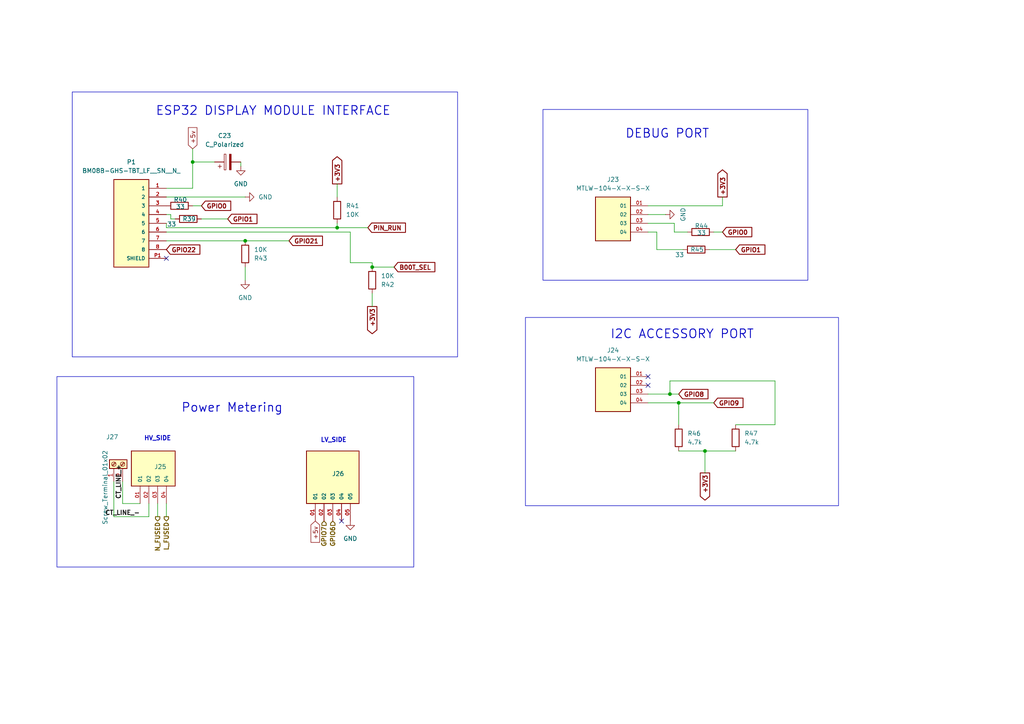
<source format=kicad_sch>
(kicad_sch (version 20250114) (generator "eeschema") (generator_version "9.0")
  (paper "A4")
  (lib_symbols
    (symbol "4_pin:MTLW-104-X-X-S-X" (pin_names (offset 1.016))
      (property "Reference" "J" (at -5.08 8.382 0))
      (property "Value" "MTLW-104-X-X-S-X" (at -5.08 -7.62 0))
      (symbol "MTLW-104-X-X-S-X_0_0"
        (rectangle (start -5.08 -5.08) (end 5.08 7.62) (stroke (width 0.254)) (fill (type background)))
        (pin passive line (at -10.16 5.08 0) (length 5.08) (name "01") (number "01"))
        (pin passive line (at -10.16 2.54 0) (length 5.08) (name "02") (number "02"))
        (pin passive line (at -10.16 0 0) (length 5.08) (name "03") (number "03"))
        (pin passive line (at -10.16 -2.54 0) (length 5.08) (name "04") (number "04"))
      )
    )
    (symbol "5_pin:TSW-105-05-L-S-LL" (pin_names (offset 1.016))
      (property "Reference" "J" (at -8.12 7.62 0))
      (property "Value" "TSW-105-05-L-S-LL" (at -7.62 -10.16 0))
      (symbol "TSW-105-05-L-S-LL_0_0"
        (rectangle (start -7.62 -7.62) (end 7.62 7.62) (stroke (width 0.254)) (fill (type background)))
        (pin passive line (at -12.7 5.08 0) (length 5.08) (name "01") (number "01"))
        (pin passive line (at -12.7 2.54 0) (length 5.08) (name "02") (number "02"))
        (pin passive line (at -12.7 0 0) (length 5.08) (name "03") (number "03"))
        (pin passive line (at -12.7 -2.54 0) (length 5.08) (name "04") (number "04"))
        (pin passive line (at -12.7 -5.08 0) (length 5.08) (name "05") (number "05"))
      )
    )
    (symbol "8_PIN:BM08B-GHS-TBT_LF__SN__N_" (pin_names (offset 1.016))
      (property "Reference" "P" (at -5.0834 13.2525 0))
      (property "Value" "BM08B-GHS-TBT_LF__SN__N_" (at -5.0875 -15.2964 0))
      (symbol "BM08B-GHS-TBT_LF__SN__N__0_0"
        (rectangle (start -5.08 -12.7) (end 5.08 12.7) (stroke (width 0.254)) (fill (type background)))
        (pin passive line (at -10.16 10.16 0) (length 5.08) (name "1") (number "1"))
        (pin passive line (at -10.16 7.62 0) (length 5.08) (name "2") (number "2"))
        (pin passive line (at -10.16 5.08 0) (length 5.08) (name "3") (number "3"))
        (pin passive line (at -10.16 2.54 0) (length 5.08) (name "4") (number "4"))
        (pin passive line (at -10.16 0 0) (length 5.08) (name "5") (number "5"))
        (pin passive line (at -10.16 -2.54 0) (length 5.08) (name "6") (number "6"))
        (pin passive line (at -10.16 -5.08 0) (length 5.08) (name "7") (number "7"))
        (pin passive line (at -10.16 -7.62 0) (length 5.08) (name "8") (number "8"))
        (pin passive line (at -10.16 -10.16 0) (length 5.08) (name "SHIELD") (number "P1"))
        (pin passive line (at -10.16 -10.16 0) (length 5.08) (hide yes) (name "SHIELD") (number "P2"))
      )
    )
    (symbol "Connector:Screw_Terminal_01x02" (pin_names (offset 1.016) (hide yes))
      (property "Reference" "J" (at 0 2.54 0))
      (property "Value" "Screw_Terminal_01x02" (at 0 -5.08 0))
      (symbol "Screw_Terminal_01x02_1_1"
        (rectangle (start -1.27 1.27) (end 1.27 -3.81) (stroke (width 0.254)) (fill (type background)))
        (polyline (pts (xy -0.5334 0.3302) (xy 0.3302 -0.508)) (stroke (width 0.1524)))
        (polyline (pts (xy -0.5334 -2.2098) (xy 0.3302 -3.048)) (stroke (width 0.1524)))
        (polyline (pts (xy -0.3556 0.508) (xy 0.508 -0.3302)) (stroke (width 0.1524)))
        (polyline (pts (xy -0.3556 -2.032) (xy 0.508 -2.8702)) (stroke (width 0.1524)))
        (circle (center 0 0) (radius 0.635) (stroke (width 0.1524)))
        (circle (center 0 -2.54) (radius 0.635) (stroke (width 0.1524)))
        (pin passive line (at -5.08 0 0) (length 3.81) (name "Pin_1") (number "1"))
        (pin passive line (at -5.08 -2.54 0) (length 3.81) (name "Pin_2") (number "2"))
      )
    )
    (symbol "Device:C_Polarized" (pin_numbers (hide yes)) (pin_names (offset 0.254))
      (property "Reference" "C" (at 0.635 2.54 0))
      (property "Value" "C_Polarized" (at 0.635 -2.54 0))
      (symbol "C_Polarized_0_1"
        (rectangle (start -2.286 0.508) (end 2.286 1.016))
        (polyline (pts (xy -1.778 2.286) (xy -0.762 2.286)))
        (polyline (pts (xy -1.27 2.794) (xy -1.27 1.778)))
        (rectangle (start 2.286 -0.508) (end -2.286 -1.016) (fill (type outline)))
      )
      (symbol "C_Polarized_1_1"
        (pin passive line (at 0 3.81 270) (length 2.794) (name "~") (number "1"))
        (pin passive line (at 0 -3.81 90) (length 2.794) (name "~") (number "2"))
      )
    )
    (symbol "Device:R" (pin_numbers (hide yes)) (pin_names (offset 0))
      (property "Reference" "R" (at 2.032 0 90))
      (property "Value" "R" (at 0 0 90))
      (symbol "R_0_1"
        (rectangle (start -1.016 -2.54) (end 1.016 2.54) (stroke (width 0.254)))
      )
      (symbol "R_1_1"
        (pin passive line (at 0 3.81 270) (length 1.27) (name "~") (number "1"))
        (pin passive line (at 0 -3.81 90) (length 1.27) (name "~") (number "2"))
      )
    )
    (symbol "power:GND" (power) (pin_numbers (hide yes)) (pin_names (offset 0) (hide yes))
      (property "Value" "GND" (at 0 -3.81 0))
      (symbol "GND_0_1"
        (polyline (pts (xy 0 0) (xy 0 -1.27) (xy 1.27 -1.27) (xy 0 -2.54) (xy -1.27 -1.27) (xy 0 -1.27)))
      )
      (symbol "GND_1_1"
        (pin power_in line (at 0 0 270) (length 0) (name "~") (number "1"))
      )
    )
  )
  (rectangle (start 20.955 26.67) (end 132.715 103.505))
  (rectangle (start 16.51 109.22) (end 120.015 164.465))
  (rectangle (start 157.48 31.75) (end 234.315 81.28))
  (rectangle (start 152.4 92.075) (end 243.205 146.685))
  (text "DEBUG PORT" (at 193.548 38.862 0) (effects (font (size 2.54 2.54) (thickness 0.254) (bold yes))))
  (text "ESP32 DISPLAY MODULE INTERFACE" (at 79.248 32.258 0) (effects (font (size 2.54 2.54) (thickness 0.254) (bold yes))))
  (text "I2C ACCESSORY PORT" (at 197.866 97.028 0) (effects (font (size 2.54 2.54) (thickness 0.254) (bold yes))))
  (text "HV_SIDE" (at 45.72 127.254 0) (effects (font (size 1.27 1.27) (thickness 0.254) (bold yes))))
  (text "LV_SIDE" (at 96.774 127.762 0) (effects (font (size 1.27 1.27) (thickness 0.254) (bold yes))))
  (text "Power Metering" (at 67.31 118.364 0) (effects (font (size 2.54 2.54) (thickness 0.254) (bold yes))))
  (junction (at 71.12 69.85))
  (junction (at 204.47 130.81))
  (junction (at 55.88 46.99))
  (junction (at 107.95 77.47))
  (junction (at 196.85 116.84))
  (junction (at 194.31 114.3))
  (junction (at 97.79 66.04))
  (no_connect (at 187.96 109.22))
  (no_connect (at 48.26 74.93))
  (no_connect (at 187.96 111.76))
  (no_connect (at 99.06 151.13))
  (wire (pts (xy 195.58 67.31) (xy 199.39 67.31)))
  (wire (pts (xy 49.53 63.5) (xy 49.53 62.23)))
  (wire (pts (xy 97.79 64.77) (xy 97.79 66.04)))
  (wire (pts (xy 107.95 88.9) (xy 107.95 85.09)))
  (wire (pts (xy 107.95 76.2) (xy 107.95 77.47)))
  (wire (pts (xy 35.56 146.05) (xy 40.64 146.05)))
  (wire (pts (xy 187.96 64.77) (xy 195.58 64.77)))
  (wire (pts (xy 224.79 123.19) (xy 224.79 110.49)))
  (wire (pts (xy 48.26 69.85) (xy 71.12 69.85)))
  (wire (pts (xy 69.85 48.26) (xy 69.85 46.99)))
  (wire (pts (xy 35.56 139.7) (xy 35.56 146.05)))
  (wire (pts (xy 187.96 114.3) (xy 194.31 114.3)))
  (wire (pts (xy 207.01 67.31) (xy 209.55 67.31)))
  (wire (pts (xy 107.95 77.47) (xy 114.3 77.47)))
  (wire (pts (xy 187.96 62.23) (xy 193.04 62.23)))
  (wire (pts (xy 195.58 64.77) (xy 195.58 67.31)))
  (wire (pts (xy 48.26 54.61) (xy 55.88 54.61)))
  (wire (pts (xy 48.26 57.15) (xy 71.12 57.15)))
  (wire (pts (xy 71.12 69.85) (xy 83.82 69.85)))
  (wire (pts (xy 194.31 114.3) (xy 196.85 114.3)))
  (wire (pts (xy 43.18 149.86) (xy 33.02 149.86)))
  (wire (pts (xy 196.85 130.81) (xy 204.47 130.81)))
  (wire (pts (xy 196.85 116.84) (xy 196.85 123.19)))
  (wire (pts (xy 48.26 146.05) (xy 48.26 149.86)))
  (wire (pts (xy 187.96 67.31) (xy 190.5 67.31)))
  (wire (pts (xy 48.26 66.04) (xy 48.26 64.77)))
  (wire (pts (xy 190.5 67.31) (xy 190.5 72.39)))
  (wire (pts (xy 97.79 66.04) (xy 106.68 66.04)))
  (wire (pts (xy 213.36 123.19) (xy 224.79 123.19)))
  (wire (pts (xy 101.6 67.31) (xy 48.26 67.31)))
  (wire (pts (xy 55.88 59.69) (xy 58.42 59.69)))
  (wire (pts (xy 43.18 146.05) (xy 43.18 149.86)))
  (wire (pts (xy 58.42 63.5) (xy 66.04 63.5)))
  (wire (pts (xy 55.88 46.99) (xy 55.88 54.61)))
  (wire (pts (xy 101.6 76.2) (xy 101.6 67.31)))
  (wire (pts (xy 48.26 66.04) (xy 97.79 66.04)))
  (wire (pts (xy 224.79 110.49) (xy 194.31 110.49)))
  (wire (pts (xy 187.96 116.84) (xy 196.85 116.84)))
  (wire (pts (xy 33.02 149.86) (xy 33.02 139.7)))
  (wire (pts (xy 97.79 53.34) (xy 97.79 57.15)))
  (wire (pts (xy 205.74 72.39) (xy 213.36 72.39)))
  (wire (pts (xy 55.88 43.18) (xy 55.88 46.99)))
  (wire (pts (xy 49.53 62.23) (xy 48.26 62.23)))
  (wire (pts (xy 50.8 63.5) (xy 49.53 63.5)))
  (wire (pts (xy 71.12 81.28) (xy 71.12 77.47)))
  (wire (pts (xy 190.5 72.39) (xy 198.12 72.39)))
  (wire (pts (xy 196.85 116.84) (xy 207.01 116.84)))
  (wire (pts (xy 204.47 130.81) (xy 204.47 137.16)))
  (wire (pts (xy 187.96 59.69) (xy 209.55 59.69)))
  (wire (pts (xy 55.88 46.99) (xy 62.23 46.99)))
  (wire (pts (xy 45.72 146.05) (xy 45.72 149.86)))
  (wire (pts (xy 209.55 59.69) (xy 209.55 57.15)))
  (wire (pts (xy 213.36 130.81) (xy 204.47 130.81)))
  (wire (pts (xy 101.6 76.2) (xy 107.95 76.2)))
  (wire (pts (xy 194.31 110.49) (xy 194.31 114.3)))
  (label "CT_LINE_-" (at 40.64 149.86 180) (effects (font (thickness 0.254) (bold yes))))
  (label "CT_LINE_+" (at 35.56 144.78 90) (effects (font (thickness 0.254) (bold yes))))
  (global_label "GPIO9" (shape input) (at 207.01 116.84 0) (effects (font (thickness 0.254) (bold yes))) (property "Intersheetrefs" "${INTERSHEET_REFS}" (effects (hide yes))))
  (global_label "GPIO0" (shape input) (at 58.42 59.69 0) (effects (font (thickness 0.254) (bold yes))) (property "Intersheetrefs" "${INTERSHEET_REFS}" (effects (hide yes))))
  (global_label "GPIO22" (shape input) (at 48.26 72.39 0) (effects (font (thickness 0.254) (bold yes))) (property "Intersheetrefs" "${INTERSHEET_REFS}" (effects (hide yes))))
  (global_label "+3V3" (shape output) (at 97.79 53.34 90) (effects (font (thickness 0.254) (bold yes))) (property "Intersheetrefs" "${INTERSHEET_REFS}" (effects (hide yes))))
  (global_label "GPIO21" (shape input) (at 83.82 69.85 0) (effects (font (thickness 0.254) (bold yes))) (property "Intersheetrefs" "${INTERSHEET_REFS}" (effects (hide yes))))
  (global_label "+5v" (shape input) (at 55.88 43.18 90) (property "Intersheetrefs" "${INTERSHEET_REFS}" (effects (hide yes))))
  (global_label "GPIO1" (shape input) (at 66.04 63.5 0) (effects (font (thickness 0.254) (bold yes))) (property "Intersheetrefs" "${INTERSHEET_REFS}" (effects (hide yes))))
  (global_label "GPIO1" (shape input) (at 213.36 72.39 0) (effects (font (thickness 0.254) (bold yes))) (property "Intersheetrefs" "${INTERSHEET_REFS}" (effects (hide yes))))
  (global_label "+3V3" (shape output) (at 204.47 137.16 270) (effects (font (thickness 0.254) (bold yes))) (property "Intersheetrefs" "${INTERSHEET_REFS}" (effects (hide yes))))
  (global_label "+3V3" (shape output) (at 209.55 57.15 90) (effects (font (thickness 0.254) (bold yes))) (property "Intersheetrefs" "${INTERSHEET_REFS}" (effects (hide yes))))
  (global_label "PIN_RUN" (shape input) (at 106.68 66.04 0) (effects (font (thickness 0.254) (bold yes))) (property "Intersheetrefs" "${INTERSHEET_REFS}" (effects (hide yes))))
  (global_label "GPIO0" (shape input) (at 209.55 67.31 0) (effects (font (thickness 0.254) (bold yes))) (property "Intersheetrefs" "${INTERSHEET_REFS}" (effects (hide yes))))
  (global_label "GPIO8" (shape input) (at 196.85 114.3 0) (effects (font (thickness 0.254) (bold yes))) (property "Intersheetrefs" "${INTERSHEET_REFS}" (effects (hide yes))))
  (global_label "B00T_SEL" (shape input) (at 114.3 77.47 0) (effects (font (thickness 0.254) (bold yes))) (property "Intersheetrefs" "${INTERSHEET_REFS}" (effects (hide yes))))
  (global_label "+3V3" (shape output) (at 107.95 88.9 270) (effects (font (thickness 0.254) (bold yes))) (property "Intersheetrefs" "${INTERSHEET_REFS}" (effects (hide yes))))
  (global_label "+5v" (shape input) (at 91.44 151.13 270) (property "Intersheetrefs" "${INTERSHEET_REFS}" (effects (hide yes))))
  (hierarchical_label "L_FUSED" (shape output) (at 48.26 149.86 270) (effects (font (thickness 0.254) (bold yes))))
  (hierarchical_label "GPIO7" (shape input) (at 93.98 151.13 270) (effects (font (thickness 0.254) (bold yes))))
  (hierarchical_label "N_FUSED" (shape output) (at 45.72 149.86 270) (effects (font (thickness 0.254) (bold yes))))
  (hierarchical_label "GPIO6" (shape input) (at 96.52 151.13 270) (effects (font (thickness 0.254) (bold yes))))
  (symbol (lib_id "4_pin:MTLW-104-X-X-S-X") (at 45.72 135.89 90) (unit 1)
    (property "Reference" "J25" (at 44.704 135.382 90) (effects (justify right)))
    (property "Value" "MTLW-104-X-X-S-X" (effects (hide yes)))
    (property "Footprint" "MTLW-104-X-X-S-X:SAMTEC_MTLW-104-X-X-S-X" (effects (hide yes)))
    (property "MF" "Samtec" (effects (hide yes)))
    (property "Description_1" "Connector Header Through Hole 4 position 0.100 (2.54mm)" (effects (hide yes)))
    (property "Package" "None" (effects (hide yes)))
    (property "Price" "None" (effects (hide yes)))
    (property "Check_prices" "https://www.snapeda.com/parts/MTLW-104-06-G-S-135/Samtec/view-part/?ref=eda" (effects (hide yes)))
    (property "STANDARD" "Manufacturer Recommendations" (effects (hide yes)))
    (property "PARTREV" "A" (effects (hide yes)))
    (property "SnapEDA_Link" "https://www.snapeda.com/parts/MTLW-104-06-G-S-135/Samtec/view-part/?ref=snap" (effects (hide yes)))
    (property "MP" "MTLW-104-06-G-S-135" (effects (hide yes)))
    (property "Availability" "In Stock" (effects (hide yes)))
    (property "MANUFACTURER" "Samtec" (effects (hide yes)))
  )
  (symbol (lib_id "4_pin:MTLW-104-X-X-S-X") (at 177.8 114.3 0) (mirror y) (unit 1)
    (property "Reference" "J24" (at 177.8 101.6 0))
    (property "Value" "MTLW-104-X-X-S-X" (at 177.8 104.14 0))
    (property "Footprint" "MTLW-104-X-X-S-X:SAMTEC_MTLW-104-X-X-S-X" (effects (hide yes)))
    (property "MF" "Samtec" (effects (hide yes)))
    (property "Description_1" "Connector Header Through Hole 4 position 0.100 (2.54mm)" (effects (hide yes)))
    (property "Package" "None" (effects (hide yes)))
    (property "Price" "None" (effects (hide yes)))
    (property "Check_prices" "https://www.snapeda.com/parts/MTLW-104-06-G-S-135/Samtec/view-part/?ref=eda" (effects (hide yes)))
    (property "STANDARD" "Manufacturer Recommendations" (effects (hide yes)))
    (property "PARTREV" "A" (effects (hide yes)))
    (property "SnapEDA_Link" "https://www.snapeda.com/parts/MTLW-104-06-G-S-135/Samtec/view-part/?ref=snap" (effects (hide yes)))
    (property "MP" "MTLW-104-06-G-S-135" (effects (hide yes)))
    (property "Availability" "In Stock" (effects (hide yes)))
    (property "MANUFACTURER" "Samtec" (effects (hide yes)))
  )
  (symbol (lib_id "Device:R") (at 196.85 127 0) (unit 1)
    (property "Reference" "R46" (at 199.39 125.7299 0) (effects (justify left)))
    (property "Value" "4.7k" (at 199.39 128.2699 0) (effects (justify left)))
    (property "Footprint" "Resistor_SMD:R_0603_1608Metric" (effects (hide yes)))
    (property "Description" "Resistor" (effects (hide yes)))
  )
  (symbol (lib_id "Device:R") (at 97.79 60.96 0) (unit 1)
    (property "Reference" "R41" (at 100.33 59.6899 0) (effects (justify left)))
    (property "Value" "10K" (at 100.33 62.2299 0) (effects (justify left)))
    (property "Footprint" "Resistor_SMD:R_0603_1608Metric" (effects (hide yes)))
    (property "Description" "Resistor" (effects (hide yes)))
  )
  (symbol (lib_id "Device:C_Polarized") (at 66.04 46.99 90) (unit 1)
    (property "Reference" "C23" (at 65.151 39.37 90))
    (property "Value" "C_Polarized" (at 65.151 41.91 90))
    (property "Footprint" "Capacitor_SMD:CP_Elec_5x5.4" (effects (hide yes)))
    (property "Description" "Polarized capacitor" (effects (hide yes)))
  )
  (symbol (lib_id "Device:R") (at 213.36 127 0) (unit 1)
    (property "Reference" "R47" (at 215.9 125.7299 0) (effects (justify left)))
    (property "Value" "4.7k" (at 215.9 128.2699 0) (effects (justify left)))
    (property "Footprint" "Resistor_SMD:R_0603_1608Metric" (effects (hide yes)))
    (property "Description" "Resistor" (effects (hide yes)))
  )
  (symbol (lib_id "Device:R") (at 203.2 67.31 90) (mirror x) (unit 1)
    (property "Reference" "R44" (at 203.454 65.532 90))
    (property "Value" "33" (at 203.454 67.564 90))
    (property "Footprint" "Resistor_SMD:R_0805_2012Metric" (effects (hide yes)))
    (property "Description" "Resistor" (effects (hide yes)))
  )
  (symbol (lib_id "Device:R") (at 107.95 81.28 0) (mirror x) (unit 1)
    (property "Reference" "R42" (at 110.49 82.5501 0) (effects (justify left)))
    (property "Value" "10K" (at 110.49 80.0101 0) (effects (justify left)))
    (property "Footprint" "Resistor_SMD:R_0603_1608Metric" (effects (hide yes)))
    (property "Description" "Resistor" (effects (hide yes)))
  )
  (symbol (lib_id "Connector:Screw_Terminal_01x02") (at 33.02 134.62 90) (unit 1)
    (property "Reference" "J27" (at 30.734 126.746 90) (effects (justify right)))
    (property "Value" "Screw_Terminal_01x02" (at 30.48 130.556 0) (effects (justify right)))
    (property "Footprint" "TerminalBlock_Phoenix:TerminalBlock_Phoenix_MKDS-1,5-2-5.08_1x02_P5.08mm_Horizontal" (effects (hide yes)))
    (property "Description" "Generic screw terminal, single row, 01x02, script generated (kicad-library-utils/schlib/autogen/connector/)" (effects (hide yes)))
  )
  (symbol (lib_id "power:GND") (at 71.12 81.28 0) (mirror y) (unit 1)
    (property "Reference" "#PWR042" (effects (hide yes)))
    (property "Value" "GND" (at 71.12 86.36 0))
    (property "Description" "Power symbol creates a global label with name \"GND\" , ground" (effects (hide yes)))
  )
  (symbol (lib_id "power:GND") (at 71.12 57.15 90) (unit 1)
    (property "Reference" "#PWR041" (effects (hide yes)))
    (property "Value" "GND" (at 74.93 57.1499 90) (effects (justify right)))
    (property "Description" "Power symbol creates a global label with name \"GND\" , ground" (effects (hide yes)))
  )
  (symbol (lib_id "power:GND") (at 69.85 48.26 0) (unit 1)
    (property "Reference" "#PWR040" (effects (hide yes)))
    (property "Value" "GND" (at 69.85 53.34 0))
    (property "Description" "Power symbol creates a global label with name \"GND\" , ground" (effects (hide yes)))
  )
  (symbol (lib_id "Device:R") (at 71.12 73.66 0) (mirror x) (unit 1)
    (property "Reference" "R43" (at 73.66 74.9301 0) (effects (justify left)))
    (property "Value" "10K" (at 73.66 72.3901 0) (effects (justify left)))
    (property "Footprint" "Resistor_SMD:R_0603_1608Metric" (effects (hide yes)))
    (property "Description" "Resistor" (effects (hide yes)))
  )
  (symbol (lib_id "Device:R") (at 54.61 63.5 90) (mirror x) (unit 1)
    (property "Reference" "R39" (at 54.864 63.5 90))
    (property "Value" "33" (at 49.784 65.024 90))
    (property "Footprint" "Resistor_SMD:R_0805_2012Metric" (effects (hide yes)))
    (property "Description" "Resistor" (effects (hide yes)))
  )
  (symbol (lib_id "8_PIN:BM08B-GHS-TBT_LF__SN__N_") (at 38.1 64.77 0) (mirror y) (unit 1)
    (property "Reference" "P1" (at 38.1 46.99 0))
    (property "Value" "BM08B-GHS-TBT_LF__SN__N_" (at 38.1 49.53 0))
    (property "Footprint" "BM08B-GHS-TBT_LF__SN__N_:JST_BM08B-GHS-TBT_LF__SN__N_" (effects (hide yes)))
    (property "MF" "JST Sales" (effects (hide yes)))
    (property "DESCRIPTION" "Conn Header Gh Top 8pos 1.25mm" (effects (hide yes)))
    (property "PACKAGE" "None" (effects (hide yes)))
    (property "PRICE" "0.40 USD" (effects (hide yes)))
    (property "Package" "None" (effects (hide yes)))
    (property "Check_prices" "https://www.snapeda.com/parts/BM08B-GHS-TBT(LF)(SN)(N)/JST/view-part/?ref=eda" (effects (hide yes)))
    (property "STANDARD" "Manufacturer recommendation" (effects (hide yes)))
    (property "SnapEDA_Link" "https://www.snapeda.com/parts/BM08B-GHS-TBT(LF)(SN)(N)/JST/view-part/?ref=snap" (effects (hide yes)))
    (property "MP" "BM08B-GHS-TBT(LF)(SN)(N)" (effects (hide yes)))
    (property "Price" "None" (effects (hide yes)))
    (property "Description_1" "Connector Header Surface Mount 8 position 0.049 (1.25mm)" (effects (hide yes)))
    (property "Availability" "In Stock" (effects (hide yes)))
    (property "AVAILABILITY" "Good" (effects (hide yes)))
    (property "MANUFACTURER" "JST" (effects (hide yes)))
  )
  (symbol (lib_id "power:GND") (at 193.04 62.23 90) (mirror x) (unit 1)
    (property "Reference" "#PWR043" (effects (hide yes)))
    (property "Value" "GND" (at 198.12 62.23 0))
    (property "Description" "Power symbol creates a global label with name \"GND\" , ground" (effects (hide yes)))
  )
  (symbol (lib_id "power:GND") (at 101.6 151.13 0) (mirror y) (unit 1)
    (property "Reference" "#PWR046" (effects (hide yes)))
    (property "Value" "GND" (at 101.6 156.21 0))
    (property "Description" "Power symbol creates a global label with name \"GND\" , ground" (effects (hide yes)))
  )
  (symbol (lib_id "4_pin:MTLW-104-X-X-S-X") (at 177.8 64.77 0) (mirror y) (unit 1)
    (property "Reference" "J23" (at 177.8 52.07 0))
    (property "Value" "MTLW-104-X-X-S-X" (at 177.8 54.61 0))
    (property "Footprint" "MTLW-104-X-X-S-X:SAMTEC_MTLW-104-X-X-S-X" (effects (hide yes)))
    (property "MF" "Samtec" (effects (hide yes)))
    (property "Description_1" "Connector Header Through Hole 4 position 0.100 (2.54mm)" (effects (hide yes)))
    (property "Package" "None" (effects (hide yes)))
    (property "Price" "None" (effects (hide yes)))
    (property "Check_prices" "https://www.snapeda.com/parts/MTLW-104-06-G-S-135/Samtec/view-part/?ref=eda" (effects (hide yes)))
    (property "STANDARD" "Manufacturer Recommendations" (effects (hide yes)))
    (property "PARTREV" "A" (effects (hide yes)))
    (property "SnapEDA_Link" "https://www.snapeda.com/parts/MTLW-104-06-G-S-135/Samtec/view-part/?ref=snap" (effects (hide yes)))
    (property "MP" "MTLW-104-06-G-S-135" (effects (hide yes)))
    (property "Availability" "In Stock" (effects (hide yes)))
    (property "MANUFACTURER" "Samtec" (effects (hide yes)))
  )
  (symbol (lib_id "Device:R") (at 201.93 72.39 90) (mirror x) (unit 1)
    (property "Reference" "R45" (at 202.184 72.39 90))
    (property "Value" "33" (at 197.104 73.914 90))
    (property "Footprint" "Resistor_SMD:R_0805_2012Metric" (effects (hide yes)))
    (property "Description" "Resistor" (effects (hide yes)))
  )
  (symbol (lib_id "Device:R") (at 52.07 59.69 90) (mirror x) (unit 1)
    (property "Reference" "R40" (at 52.324 57.912 90))
    (property "Value" "33" (at 52.324 59.944 90))
    (property "Footprint" "Resistor_SMD:R_0805_2012Metric" (effects (hide yes)))
    (property "Description" "Resistor" (effects (hide yes)))
  )
  (symbol (lib_id "5_pin:TSW-105-05-L-S-LL") (at 96.52 138.43 90) (unit 1)
    (property "Reference" "J26" (at 96.266 137.414 90) (effects (justify right)))
    (property "Value" "TSW-105-05-L-S-LL" (effects (hide yes)))
    (property "Footprint" "TSW-105-05-L-S-LL:SAMTEC_TSW-105-05-L-S-LL" (effects (hide yes)))
    (property "MF" "Samtec" (effects (hide yes)))
    (property "Description_1" "Connector Header Through Hole 5 position 0.100 (2.54mm)" (effects (hide yes)))
    (property "Package" "None" (effects (hide yes)))
    (property "Price" "None" (effects (hide yes)))
    (property "Check_prices" "https://www.snapeda.com/parts/TSW-105-05-L-S-LL/Samtec/view-part/?ref=eda" (effects (hide yes)))
    (property "STANDARD" "Manufacturer Recommendations" (effects (hide yes)))
    (property "PARTREV" "R" (effects (hide yes)))
    (property "SnapEDA_Link" "https://www.snapeda.com/parts/TSW-105-05-L-S-LL/Samtec/view-part/?ref=snap" (effects (hide yes)))
    (property "MP" "TSW-105-05-L-S-LL" (effects (hide yes)))
    (property "Availability" "In Stock" (effects (hide yes)))
    (property "MANUFACTURER" "Samtec" (effects (hide yes)))
  )
)
</source>
